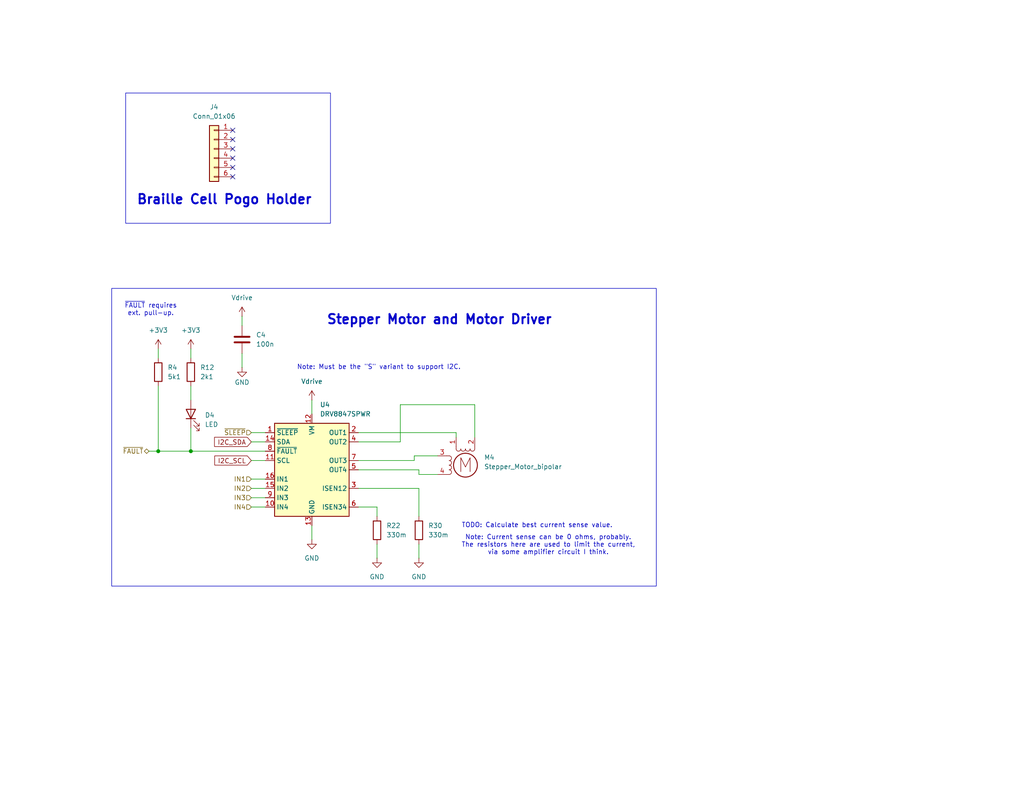
<source format=kicad_sch>
(kicad_sch (version 20231120) (generator "eeschema") (generator_version "8.0")
  (paper "USLetter")
  (lib_symbols
    (symbol "Connector_Generic:Conn_01x06" (pin_names (offset 1.016) hide)
      (property "Reference" "J" (at 0 7.62 0))
      (property "Value" "Conn_01x06" (at 0 -10.16 0))
      (symbol "Conn_01x06_1_1"
        (rectangle (start -1.27 -7.493) (end 0 -7.747) (stroke (width 0.1524)))
        (rectangle (start -1.27 -4.953) (end 0 -5.207) (stroke (width 0.1524)))
        (rectangle (start -1.27 -2.413) (end 0 -2.667) (stroke (width 0.1524)))
        (rectangle (start -1.27 0.127) (end 0 -0.127) (stroke (width 0.1524)))
        (rectangle (start -1.27 2.667) (end 0 2.413) (stroke (width 0.1524)))
        (rectangle (start -1.27 5.207) (end 0 4.953) (stroke (width 0.1524)))
        (rectangle (start -1.27 6.35) (end 1.27 -8.89) (stroke (width 0.254)) (fill (type background)))
        (pin passive line (at -5.08 5.08 0) (length 3.81) (name "Pin_1") (number "1"))
        (pin passive line (at -5.08 2.54 0) (length 3.81) (name "Pin_2") (number "2"))
        (pin passive line (at -5.08 0 0) (length 3.81) (name "Pin_3") (number "3"))
        (pin passive line (at -5.08 -2.54 0) (length 3.81) (name "Pin_4") (number "4"))
        (pin passive line (at -5.08 -5.08 0) (length 3.81) (name "Pin_5") (number "5"))
        (pin passive line (at -5.08 -7.62 0) (length 3.81) (name "Pin_6") (number "6"))
      )
    )
    (symbol "Device:C" (pin_numbers hide) (pin_names (offset 0.254))
      (property "Reference" "C" (at 0.635 2.54 0))
      (property "Value" "C" (at 0.635 -2.54 0))
      (symbol "C_0_1"
        (polyline (pts (xy -2.032 -0.762) (xy 2.032 -0.762)) (stroke (width 0.508)))
        (polyline (pts (xy -2.032 0.762) (xy 2.032 0.762)) (stroke (width 0.508)))
      )
      (symbol "C_1_1"
        (pin passive line (at 0 3.81 270) (length 2.794) (name "~") (number "1"))
        (pin passive line (at 0 -3.81 90) (length 2.794) (name "~") (number "2"))
      )
    )
    (symbol "Device:LED" (pin_numbers hide) (pin_names (offset 1.016) hide)
      (property "Reference" "D" (at 0 2.54 0))
      (property "Value" "LED" (at 0 -2.54 0))
      (symbol "LED_0_1"
        (polyline (pts (xy -1.27 -1.27) (xy -1.27 1.27)) (stroke (width 0.254)))
        (polyline (pts (xy -1.27 0) (xy 1.27 0)))
        (polyline (pts (xy 1.27 -1.27) (xy 1.27 1.27) (xy -1.27 0) (xy 1.27 -1.27)) (stroke (width 0.254)))
        (polyline (pts (xy -3.048 -0.762) (xy -4.572 -2.286) (xy -3.81 -2.286) (xy -4.572 -2.286) (xy -4.572 -1.524)))
        (polyline (pts (xy -1.778 -0.762) (xy -3.302 -2.286) (xy -2.54 -2.286) (xy -3.302 -2.286) (xy -3.302 -1.524)))
      )
      (symbol "LED_1_1"
        (pin passive line (at -3.81 0 0) (length 2.54) (name "K") (number "1"))
        (pin passive line (at 3.81 0 180) (length 2.54) (name "A") (number "2"))
      )
    )
    (symbol "Device:R" (pin_numbers hide) (pin_names (offset 0))
      (property "Reference" "R" (at 2.032 0 90))
      (property "Value" "R" (at 0 0 90))
      (symbol "R_0_1"
        (rectangle (start -1.016 -2.54) (end 1.016 2.54) (stroke (width 0.254)))
      )
      (symbol "R_1_1"
        (pin passive line (at 0 3.81 270) (length 1.27) (name "~") (number "1"))
        (pin passive line (at 0 -3.81 90) (length 1.27) (name "~") (number "2"))
      )
    )
    (symbol "Driver_Motor:DRV8847SPWR"
      (property "Reference" "U" (at -8.89 13.97 0))
      (property "Value" "DRV8847SPWR" (at 8.89 13.97 0))
      (symbol "DRV8847SPWR_0_1"
        (rectangle (start -10.16 -12.7) (end 10.16 12.7) (stroke (width 0.254)) (fill (type background)))
      )
      (symbol "DRV8847SPWR_1_1"
        (pin input line (at -12.7 10.16 0) (length 2.54) (name "~{SLEEP}") (number "1"))
        (pin input line (at -12.7 -10.16 0) (length 2.54) (name "IN4") (number "10"))
        (pin input line (at -12.7 2.54 0) (length 2.54) (name "SCL") (number "11"))
        (pin power_in line (at 0 15.24 270) (length 2.54) (name "VM") (number "12"))
        (pin power_in line (at 0 -15.24 90) (length 2.54) (name "GND") (number "13"))
        (pin bidirectional line (at -12.7 7.62 0) (length 2.54) (name "SDA") (number "14"))
        (pin input line (at -12.7 -5.08 0) (length 2.54) (name "IN2") (number "15"))
        (pin input line (at -12.7 -2.54 0) (length 2.54) (name "IN1") (number "16"))
        (pin output line (at 12.7 10.16 180) (length 2.54) (name "OUT1") (number "2"))
        (pin passive line (at 12.7 -5.08 180) (length 2.54) (name "ISEN12") (number "3"))
        (pin output line (at 12.7 7.62 180) (length 2.54) (name "OUT2") (number "4"))
        (pin output line (at 12.7 0 180) (length 2.54) (name "OUT4") (number "5"))
        (pin passive line (at 12.7 -10.16 180) (length 2.54) (name "ISEN34") (number "6"))
        (pin output line (at 12.7 2.54 180) (length 2.54) (name "OUT3") (number "7"))
        (pin open_collector line (at -12.7 5.08 0) (length 2.54) (name "~{FAULT}") (number "8"))
        (pin input line (at -12.7 -7.62 0) (length 2.54) (name "IN3") (number "9"))
      )
    )
    (symbol "Motor:Stepper_Motor_bipolar" (pin_names (offset 0) hide)
      (property "Reference" "M" (at 3.81 2.54 0))
      (property "Value" "Stepper_Motor_bipolar" (at 3.81 1.27 0))
      (symbol "Stepper_Motor_bipolar_0_0"
        (polyline (pts (xy -1.27 -1.778) (xy -1.27 2.032) (xy 0 -0.508) (xy 1.27 2.032) (xy 1.27 -1.778)))
      )
      (symbol "Stepper_Motor_bipolar_0_1"
        (arc (start -4.445 -2.54) (mid -3.8127 -1.905) (end -4.445 -1.27))
        (arc (start -4.445 -1.27) (mid -3.8127 -0.635) (end -4.445 0))
        (arc (start -4.445 0) (mid -3.8127 0.635) (end -4.445 1.27))
        (arc (start -4.445 1.27) (mid -3.8127 1.905) (end -4.445 2.54))
        (arc (start -2.54 4.445) (mid -1.905 3.8127) (end -1.27 4.445))
        (arc (start -1.27 4.445) (mid -0.635 3.8127) (end 0 4.445))
        (polyline (pts (xy -5.08 -2.54) (xy -4.445 -2.54)))
        (polyline (pts (xy -5.08 2.54) (xy -4.445 2.54)))
        (polyline (pts (xy -2.54 5.08) (xy -2.54 4.445)))
        (polyline (pts (xy 2.54 5.08) (xy 2.54 4.445)))
        (circle (center 0 0) (radius 3.2512) (stroke (width 0.254)))
        (arc (start 0 4.445) (mid 0.635 3.8127) (end 1.27 4.445))
        (arc (start 1.27 4.445) (mid 1.905 3.8127) (end 2.54 4.445))
      )
      (symbol "Stepper_Motor_bipolar_1_1"
        (pin passive line (at -2.54 7.62 270) (length 2.54) (name "~") (number "1"))
        (pin passive line (at 2.54 7.62 270) (length 2.54) (name "-") (number "2"))
        (pin passive line (at -7.62 2.54 0) (length 2.54) (name "~") (number "3"))
        (pin passive line (at -7.62 -2.54 0) (length 2.54) (name "~") (number "4"))
      )
    )
    (symbol "power:+3V3" (power) (pin_numbers hide) (pin_names (offset 0) hide)
      (property "Value" "+3V3" (at 0 3.556 0))
      (symbol "+3V3_0_1"
        (polyline (pts (xy -0.762 1.27) (xy 0 2.54)))
        (polyline (pts (xy 0 0) (xy 0 2.54)))
        (polyline (pts (xy 0 2.54) (xy 0.762 1.27)))
      )
      (symbol "+3V3_1_1"
        (pin power_in line (at 0 0 90) (length 0) (name "~") (number "1"))
      )
    )
    (symbol "power:GND" (power) (pin_numbers hide) (pin_names (offset 0) hide)
      (property "Value" "GND" (at 0 -3.81 0))
      (symbol "GND_0_1"
        (polyline (pts (xy 0 0) (xy 0 -1.27) (xy 1.27 -1.27) (xy 0 -2.54) (xy -1.27 -1.27) (xy 0 -1.27)))
      )
      (symbol "GND_1_1"
        (pin power_in line (at 0 0 270) (length 0) (name "~") (number "1"))
      )
    )
    (symbol "power:Vdrive" (power) (pin_numbers hide) (pin_names (offset 0) hide)
      (property "Value" "Vdrive" (at 0 3.556 0))
      (symbol "Vdrive_0_1"
        (polyline (pts (xy -0.762 1.27) (xy 0 2.54)))
        (polyline (pts (xy 0 0) (xy 0 2.54)))
        (polyline (pts (xy 0 2.54) (xy 0.762 1.27)))
      )
      (symbol "Vdrive_1_1"
        (pin power_in line (at 0 0 90) (length 0) (name "~") (number "1"))
      )
    )
  )
  (junction (at 52.07 123.19))
  (junction (at 43.18 123.19))
  (no_connect (at 63.5 43.18))
  (no_connect (at 63.5 45.72))
  (no_connect (at 63.5 38.1))
  (no_connect (at 63.5 35.56))
  (no_connect (at 63.5 48.26))
  (no_connect (at 63.5 40.64))
  (wire (pts (xy 114.3 133.35) (xy 114.3 140.97)))
  (wire (pts (xy 114.3 129.54) (xy 119.38 129.54)))
  (wire (pts (xy 124.46 119.38) (xy 124.46 118.11)))
  (wire (pts (xy 68.58 120.65) (xy 72.39 120.65)))
  (wire (pts (xy 66.04 96.52) (xy 66.04 100.33)))
  (wire (pts (xy 97.79 125.73) (xy 113.03 125.73)))
  (wire (pts (xy 113.03 124.46) (xy 119.38 124.46)))
  (wire (pts (xy 43.18 105.41) (xy 43.18 123.19)))
  (wire (pts (xy 68.58 135.89) (xy 72.39 135.89)))
  (wire (pts (xy 102.87 148.59) (xy 102.87 152.4)))
  (wire (pts (xy 43.18 123.19) (xy 52.07 123.19)))
  (wire (pts (xy 114.3 128.27) (xy 114.3 129.54)))
  (wire (pts (xy 52.07 95.25) (xy 52.07 97.79)))
  (wire (pts (xy 114.3 133.35) (xy 97.79 133.35)))
  (wire (pts (xy 109.22 110.49) (xy 129.54 110.49)))
  (wire (pts (xy 52.07 123.19) (xy 72.39 123.19)))
  (wire (pts (xy 109.22 120.65) (xy 109.22 110.49)))
  (wire (pts (xy 68.58 130.81) (xy 72.39 130.81)))
  (wire (pts (xy 52.07 105.41) (xy 52.07 109.22)))
  (wire (pts (xy 97.79 138.43) (xy 102.87 138.43)))
  (wire (pts (xy 114.3 148.59) (xy 114.3 152.4)))
  (wire (pts (xy 85.09 143.51) (xy 85.09 147.32)))
  (wire (pts (xy 68.58 125.73) (xy 72.39 125.73)))
  (wire (pts (xy 85.09 109.22) (xy 85.09 113.03)))
  (wire (pts (xy 66.04 86.36) (xy 66.04 88.9)))
  (wire (pts (xy 52.07 116.84) (xy 52.07 123.19)))
  (wire (pts (xy 68.58 138.43) (xy 72.39 138.43)))
  (wire (pts (xy 97.79 118.11) (xy 124.46 118.11)))
  (wire (pts (xy 129.54 110.49) (xy 129.54 119.38)))
  (wire (pts (xy 43.18 95.25) (xy 43.18 97.79)))
  (wire (pts (xy 97.79 120.65) (xy 109.22 120.65)))
  (wire (pts (xy 68.58 133.35) (xy 72.39 133.35)))
  (wire (pts (xy 102.87 138.43) (xy 102.87 140.97)))
  (wire (pts (xy 68.58 118.11) (xy 72.39 118.11)))
  (wire (pts (xy 97.79 128.27) (xy 114.3 128.27)))
  (wire (pts (xy 40.64 123.19) (xy 43.18 123.19)))
  (wire (pts (xy 113.03 125.73) (xy 113.03 124.46)))
  (rectangle (start 34.29 25.4) (end 90.17 60.96))
  (rectangle (start 30.48 78.74) (end 179.07 160.02))
  (text "Note: Current sense can be 0 ohms, probably.\nThe resistors here are used to limit the current,\nvia some amplifier circuit I think." (at 149.606 148.844 0) (effects (font (size 1.27 1.27) (thickness 0.1588))))
  (text "TODO: Calculate best current sense value." (at 146.558 143.51 0) (effects (font (size 1.27 1.27) (thickness 0.1588))))
  (text "~{FAULT} requires\next. pull-up." (at 41.148 84.582 0) (effects (font (size 1.27 1.27))))
  (text "Note: Must be the \"S\" variant to support I2C." (at 103.378 100.33 0) (effects (font (size 1.27 1.27))))
  (text "Braille Cell Pogo Holder" (at 61.214 54.61 0) (effects (font (size 2.54 2.54) (thickness 0.508) (bold yes))))
  (text "Stepper Motor and Motor Driver" (at 119.888 87.376 0) (effects (font (size 2.54 2.54) (thickness 0.508) (bold yes))))
  (global_label "I2C_SCL" (shape input) (at 68.58 125.73 180) (property "Intersheetrefs" "${INTERSHEET_REFS}" (effects (hide yes))))
  (global_label "I2C_SDA" (shape input) (at 68.58 120.65 180) (property "Intersheetrefs" "${INTERSHEET_REFS}" (effects (hide yes))))
  (hierarchical_label "~{SLEEP}" (shape input) (at 68.58 118.11 180))
  (hierarchical_label "IN4" (shape input) (at 68.58 138.43 180))
  (hierarchical_label "IN2" (shape input) (at 68.58 133.35 180))
  (hierarchical_label "IN3" (shape input) (at 68.58 135.89 180))
  (hierarchical_label "IN1" (shape input) (at 68.58 130.81 180))
  (hierarchical_label "~{FAULT}" (shape bidirectional) (at 40.64 123.19 180))
  (symbol (lib_id "power:GND") (at 66.04 100.33 0) (unit 1)
    (property "Reference" "#PWR032" (effects (hide yes)))
    (property "Value" "GND" (at 66.04 104.394 0))
    (property "Description" "Power symbol creates a global label with name \"GND\" , ground" (effects (hide yes)))
    (instances (project "Braille-Pogo-Frame" (path "" (reference "#PWR032") (unit 1)) (path "" (reference "#PWR031") (unit 1)) (path "" (reference "#PWR029") (unit 1)) (path "" (reference "#PWR030") (unit 1))))
  )
  (symbol (lib_id "Connector_Generic:Conn_01x06") (at 58.42 40.64 0) (mirror y) (unit 1)
    (property "Reference" "J4" (at 58.42 29.21 0))
    (property "Value" "Conn_01x06" (at 58.42 31.75 0))
    (property "Footprint" "00-lib-footprints:Braille_Cell_Pogos_Solder_2.5mmIntra_6.6x10mmInter" (effects (hide yes)))
    (property "Description" "Generic connector, single row, 01x06, script generated (kicad-library-utils/schlib/autogen/connector/)" (effects (hide yes)))
    (instances (project "Braille-Pogo-Frame" (path "" (reference "J4") (unit 1)) (path "" (reference "J3") (unit 1)) (path "" (reference "J1") (unit 1)) (path "" (reference "J2") (unit 1))))
  )
  (symbol (lib_id "Device:R") (at 52.07 101.6 0) (unit 1)
    (property "Reference" "R12" (at 54.61 100.3299 0) (effects (justify left)))
    (property "Value" "2k1" (at 54.61 102.8699 0) (effects (justify left)))
    (property "Footprint" "Resistor_SMD:R_1206_3216Metric_Pad1.30x1.75mm_HandSolder" (effects (hide yes)))
    (property "Description" "Resistor" (effects (hide yes)))
    (instances (project "Braille-Pogo-Frame" (path "" (reference "R12") (unit 1)) (path "" (reference "R11") (unit 1)) (path "" (reference "R9") (unit 1)) (path "" (reference "R10") (unit 1))))
  )
  (symbol (lib_id "Device:LED") (at 52.07 113.03 90) (unit 1)
    (property "Reference" "D4" (at 55.88 113.3474 90) (effects (justify right)))
    (property "Value" "LED" (at 55.88 115.8874 90) (effects (justify right)))
    (property "Footprint" "LED_SMD:LED_1206_3216Metric_Pad1.42x1.75mm_HandSolder" (effects (hide yes)))
    (property "Description" "Light emitting diode" (effects (hide yes)))
    (instances (project "" (path "" (reference "D4") (unit 1)) (path "" (reference "D3") (unit 1)) (path "" (reference "D1") (unit 1)) (path "" (reference "D2") (unit 1))))
  )
  (symbol (lib_id "Motor:Stepper_Motor_bipolar") (at 127 127 0) (unit 1)
    (property "Reference" "M4" (at 132.08 124.879 0) (effects (justify left)))
    (property "Value" "Stepper_Motor_bipolar" (at 132.08 127.419 0) (effects (justify left)))
    (property "Footprint" "00-lib-footprints:MicroStepper_8mm-2mmGear" (effects (hide yes)))
    (property "Datasheet" "http://www.infineon.com/dgdl/Application-Note-TLE8110EE_driving_UniPolarStepperMotor_V1.1.pdf?fileId=db3a30431be39b97011be5d0aa0a00b0" (effects (hide yes)))
    (property "Description" "4-wire bipolar stepper motor" (effects (hide yes)))
    (instances (project "" (path "" (reference "M4") (unit 1)) (path "" (reference "M3") (unit 1)) (path "" (reference "M1") (unit 1)) (path "" (reference "M2") (unit 1))))
  )
  (symbol (lib_id "power:GND") (at 85.09 147.32 0) (unit 1)
    (property "Reference" "#PWR016" (effects (hide yes)))
    (property "Value" "GND" (at 85.09 152.4 0))
    (property "Description" "Power symbol creates a global label with name \"GND\" , ground" (effects (hide yes)))
    (instances (project "" (path "" (reference "#PWR016") (unit 1)) (path "" (reference "#PWR015") (unit 1)) (path "" (reference "#PWR013") (unit 1)) (path "" (reference "#PWR014") (unit 1))))
  )
  (symbol (lib_id "power:+3V3") (at 43.18 95.25 0) (unit 1)
    (property "Reference" "#PWR040" (effects (hide yes)))
    (property "Value" "+3V3" (at 43.18 90.17 0))
    (property "Description" "Power symbol creates a global label with name \"+3V3\"" (effects (hide yes)))
    (instances (project "" (path "" (reference "#PWR040") (unit 1)) (path "" (reference "#PWR039") (unit 1)) (path "" (reference "#PWR037") (unit 1)) (path "" (reference "#PWR038") (unit 1))))
  )
  (symbol (lib_id "power:GND") (at 102.87 152.4 0) (unit 1)
    (property "Reference" "#PWR060" (effects (hide yes)))
    (property "Value" "GND" (at 102.87 157.48 0))
    (property "Description" "Power symbol creates a global label with name \"GND\" , ground" (effects (hide yes)))
    (instances (project "Braille-Pogo-Frame" (path "" (reference "#PWR060") (unit 1)) (path "" (reference "#PWR059") (unit 1)) (path "" (reference "#PWR057") (unit 1)) (path "" (reference "#PWR058") (unit 1))))
  )
  (symbol (lib_id "Device:R") (at 43.18 101.6 0) (unit 1)
    (property "Reference" "R4" (at 45.72 100.3299 0) (effects (justify left)))
    (property "Value" "5k1" (at 45.72 102.8699 0) (effects (justify left)))
    (property "Footprint" "Resistor_SMD:R_1206_3216Metric_Pad1.30x1.75mm_HandSolder" (effects (hide yes)))
    (property "Description" "Resistor" (effects (hide yes)))
    (instances (project "" (path "" (reference "R4") (unit 1)) (path "" (reference "R3") (unit 1)) (path "" (reference "R1") (unit 1)) (path "" (reference "R2") (unit 1))))
  )
  (symbol (lib_id "Device:R") (at 102.87 144.78 0) (unit 1)
    (property "Reference" "R22" (at 105.41 143.5099 0) (effects (justify left)))
    (property "Value" "330m" (at 105.41 146.0499 0) (effects (justify left)))
    (property "Footprint" "Resistor_SMD:R_1206_3216Metric_Pad1.30x1.75mm_HandSolder" (effects (hide yes)))
    (property "Description" "Resistor" (effects (hide yes)))
    (instances (project "" (path "" (reference "R22") (unit 1)) (path "" (reference "R21") (unit 1)) (path "" (reference "R19") (unit 1)) (path "" (reference "R20") (unit 1))))
  )
  (symbol (lib_id "Device:C") (at 66.04 92.71 0) (unit 1)
    (property "Reference" "C4" (at 69.85 91.4399 0) (effects (justify left)))
    (property "Value" "100n" (at 69.85 93.9799 0) (effects (justify left)))
    (property "Footprint" "Capacitor_SMD:C_1206_3216Metric_Pad1.33x1.80mm_HandSolder" (effects (hide yes)))
    (property "Description" "Unpolarized capacitor" (effects (hide yes)))
    (instances (project "" (path "" (reference "C4") (unit 1)) (path "" (reference "C3") (unit 1)) (path "" (reference "C1") (unit 1)) (path "" (reference "C2") (unit 1))))
  )
  (symbol (lib_id "power:+3V3") (at 52.07 95.25 0) (unit 1)
    (property "Reference" "#PWR048" (effects (hide yes)))
    (property "Value" "+3V3" (at 52.07 90.17 0))
    (property "Description" "Power symbol creates a global label with name \"+3V3\"" (effects (hide yes)))
    (instances (project "Braille-Pogo-Frame" (path "" (reference "#PWR048") (unit 1)) (path "" (reference "#PWR047") (unit 1)) (path "" (reference "#PWR045") (unit 1)) (path "" (reference "#PWR046") (unit 1))))
  )
  (symbol (lib_id "power:Vdrive") (at 66.04 86.36 0) (unit 1)
    (property "Reference" "#PWR024" (effects (hide yes)))
    (property "Value" "Vdrive" (at 66.04 81.28 0))
    (property "Description" "Power symbol creates a global label with name \"Vdrive\"" (effects (hide yes)))
    (instances (project "Braille-Pogo-Frame" (path "" (reference "#PWR024") (unit 1)) (path "" (reference "#PWR023") (unit 1)) (path "" (reference "#PWR021") (unit 1)) (path "" (reference "#PWR022") (unit 1))))
  )
  (symbol (lib_id "power:Vdrive") (at 85.09 109.22 0) (unit 1)
    (property "Reference" "#PWR08" (effects (hide yes)))
    (property "Value" "Vdrive" (at 85.09 104.14 0))
    (property "Description" "Power symbol creates a global label with name \"Vdrive\"" (effects (hide yes)))
    (instances (project "" (path "" (reference "#PWR08") (unit 1)) (path "" (reference "#PWR07") (unit 1)) (path "" (reference "#PWR05") (unit 1)) (path "" (reference "#PWR06") (unit 1))))
  )
  (symbol (lib_id "power:GND") (at 114.3 152.4 0) (unit 1)
    (property "Reference" "#PWR068" (effects (hide yes)))
    (property "Value" "GND" (at 114.3 157.48 0))
    (property "Description" "Power symbol creates a global label with name \"GND\" , ground" (effects (hide yes)))
    (instances (project "Braille-Pogo-Frame" (path "" (reference "#PWR068") (unit 1)) (path "" (reference "#PWR067") (unit 1)) (path "" (reference "#PWR065") (unit 1)) (path "" (reference "#PWR066") (unit 1))))
  )
  (symbol (lib_id "Device:R") (at 114.3 144.78 0) (unit 1)
    (property "Reference" "R30" (at 116.84 143.5099 0) (effects (justify left)))
    (property "Value" "330m" (at 116.84 146.0499 0) (effects (justify left)))
    (property "Footprint" "Resistor_SMD:R_1206_3216Metric_Pad1.30x1.75mm_HandSolder" (effects (hide yes)))
    (property "Description" "Resistor" (effects (hide yes)))
    (instances (project "Braille-Pogo-Frame" (path "" (reference "R30") (unit 1)) (path "" (reference "R29") (unit 1)) (path "" (reference "R27") (unit 1)) (path "" (reference "R28") (unit 1))))
  )
  (symbol (lib_id "Driver_Motor:DRV8847SPWR") (at 85.09 128.27 0) (unit 1)
    (property "Reference" "U4" (at 87.2841 110.49 0) (effects (justify left)))
    (property "Value" "DRV8847SPWR" (at 87.2841 113.03 0) (effects (justify left)))
    (property "Footprint" "Package_SO:TSSOP-16_4.4x5mm_P0.65mm" (effects (hide yes)))
    (property "Datasheet" "https://www.ti.com/lit/ds/symlink/drv8847.pdf" (effects (hide yes)))
    (property "Description" "Dual H-Bridge Motor Driver, 1A, I2C Interface, TSSOP-16" (effects (hide yes)))
    (instances (project "" (path "" (reference "U4") (unit 1)) (path "" (reference "U3") (unit 1)) (path "" (reference "U1") (unit 1)) (path "" (reference "U2") (unit 1))))
  )
)
</source>
